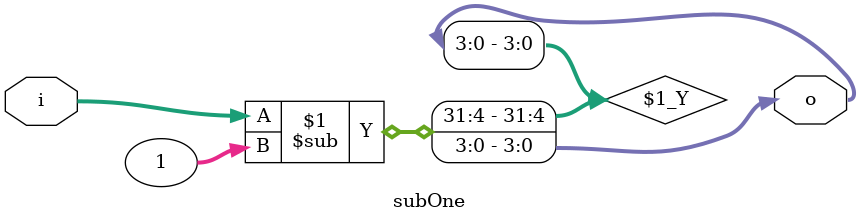
<source format=v>
module subOne(
  input wire [3:0] i,
  output wire [3:0] o
);
  assign o = i - 1;
endmodule
</source>
